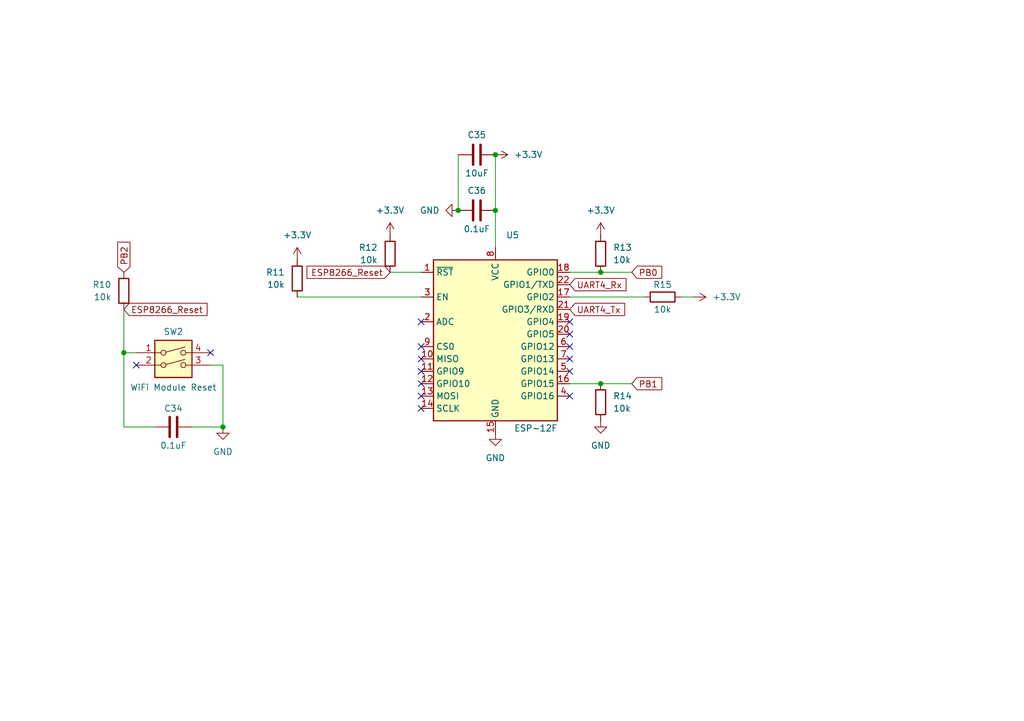
<source format=kicad_sch>
(kicad_sch
	(version 20250114)
	(generator "eeschema")
	(generator_version "9.0")
	(uuid "1a21ecea-b5cd-465a-84d7-3e3108fa9374")
	(paper "A5")
	(title_block
		(title "IOT")
		(date "2025-05-19")
		(rev "1.0")
		(company "Robotics")
	)
	(lib_symbols
		(symbol "Device:C"
			(pin_numbers
				(hide yes)
			)
			(pin_names
				(offset 0.254)
			)
			(exclude_from_sim no)
			(in_bom yes)
			(on_board yes)
			(property "Reference" "C"
				(at 0.635 2.54 0)
				(effects
					(font
						(size 1.27 1.27)
					)
					(justify left)
				)
			)
			(property "Value" "C"
				(at 0.635 -2.54 0)
				(effects
					(font
						(size 1.27 1.27)
					)
					(justify left)
				)
			)
			(property "Footprint" ""
				(at 0.9652 -3.81 0)
				(effects
					(font
						(size 1.27 1.27)
					)
					(hide yes)
				)
			)
			(property "Datasheet" "~"
				(at 0 0 0)
				(effects
					(font
						(size 1.27 1.27)
					)
					(hide yes)
				)
			)
			(property "Description" "Unpolarized capacitor"
				(at 0 0 0)
				(effects
					(font
						(size 1.27 1.27)
					)
					(hide yes)
				)
			)
			(property "ki_keywords" "cap capacitor"
				(at 0 0 0)
				(effects
					(font
						(size 1.27 1.27)
					)
					(hide yes)
				)
			)
			(property "ki_fp_filters" "C_*"
				(at 0 0 0)
				(effects
					(font
						(size 1.27 1.27)
					)
					(hide yes)
				)
			)
			(symbol "C_0_1"
				(polyline
					(pts
						(xy -2.032 0.762) (xy 2.032 0.762)
					)
					(stroke
						(width 0.508)
						(type default)
					)
					(fill
						(type none)
					)
				)
				(polyline
					(pts
						(xy -2.032 -0.762) (xy 2.032 -0.762)
					)
					(stroke
						(width 0.508)
						(type default)
					)
					(fill
						(type none)
					)
				)
			)
			(symbol "C_1_1"
				(pin passive line
					(at 0 3.81 270)
					(length 2.794)
					(name "~"
						(effects
							(font
								(size 1.27 1.27)
							)
						)
					)
					(number "1"
						(effects
							(font
								(size 1.27 1.27)
							)
						)
					)
				)
				(pin passive line
					(at 0 -3.81 90)
					(length 2.794)
					(name "~"
						(effects
							(font
								(size 1.27 1.27)
							)
						)
					)
					(number "2"
						(effects
							(font
								(size 1.27 1.27)
							)
						)
					)
				)
			)
			(embedded_fonts no)
		)
		(symbol "Device:R"
			(pin_numbers
				(hide yes)
			)
			(pin_names
				(offset 0)
			)
			(exclude_from_sim no)
			(in_bom yes)
			(on_board yes)
			(property "Reference" "R"
				(at 2.032 0 90)
				(effects
					(font
						(size 1.27 1.27)
					)
				)
			)
			(property "Value" "R"
				(at 0 0 90)
				(effects
					(font
						(size 1.27 1.27)
					)
				)
			)
			(property "Footprint" ""
				(at -1.778 0 90)
				(effects
					(font
						(size 1.27 1.27)
					)
					(hide yes)
				)
			)
			(property "Datasheet" "~"
				(at 0 0 0)
				(effects
					(font
						(size 1.27 1.27)
					)
					(hide yes)
				)
			)
			(property "Description" "Resistor"
				(at 0 0 0)
				(effects
					(font
						(size 1.27 1.27)
					)
					(hide yes)
				)
			)
			(property "ki_keywords" "R res resistor"
				(at 0 0 0)
				(effects
					(font
						(size 1.27 1.27)
					)
					(hide yes)
				)
			)
			(property "ki_fp_filters" "R_*"
				(at 0 0 0)
				(effects
					(font
						(size 1.27 1.27)
					)
					(hide yes)
				)
			)
			(symbol "R_0_1"
				(rectangle
					(start -1.016 -2.54)
					(end 1.016 2.54)
					(stroke
						(width 0.254)
						(type default)
					)
					(fill
						(type none)
					)
				)
			)
			(symbol "R_1_1"
				(pin passive line
					(at 0 3.81 270)
					(length 1.27)
					(name "~"
						(effects
							(font
								(size 1.27 1.27)
							)
						)
					)
					(number "1"
						(effects
							(font
								(size 1.27 1.27)
							)
						)
					)
				)
				(pin passive line
					(at 0 -3.81 90)
					(length 1.27)
					(name "~"
						(effects
							(font
								(size 1.27 1.27)
							)
						)
					)
					(number "2"
						(effects
							(font
								(size 1.27 1.27)
							)
						)
					)
				)
			)
			(embedded_fonts no)
		)
		(symbol "RF_Module:ESP-12F"
			(exclude_from_sim no)
			(in_bom yes)
			(on_board yes)
			(property "Reference" "U"
				(at -12.7 19.05 0)
				(effects
					(font
						(size 1.27 1.27)
					)
					(justify left)
				)
			)
			(property "Value" "ESP-12F"
				(at 12.7 19.05 0)
				(effects
					(font
						(size 1.27 1.27)
					)
					(justify right)
				)
			)
			(property "Footprint" "RF_Module:ESP-12E"
				(at 0 0 0)
				(effects
					(font
						(size 1.27 1.27)
					)
					(hide yes)
				)
			)
			(property "Datasheet" "http://wiki.ai-thinker.com/_media/esp8266/esp8266_series_modules_user_manual_v1.1.pdf"
				(at -8.89 2.54 0)
				(effects
					(font
						(size 1.27 1.27)
					)
					(hide yes)
				)
			)
			(property "Description" "802.11 b/g/n Wi-Fi Module"
				(at 0 0 0)
				(effects
					(font
						(size 1.27 1.27)
					)
					(hide yes)
				)
			)
			(property "ki_keywords" "802.11 Wi-Fi"
				(at 0 0 0)
				(effects
					(font
						(size 1.27 1.27)
					)
					(hide yes)
				)
			)
			(property "ki_fp_filters" "ESP?12*"
				(at 0 0 0)
				(effects
					(font
						(size 1.27 1.27)
					)
					(hide yes)
				)
			)
			(symbol "ESP-12F_0_1"
				(rectangle
					(start -12.7 17.78)
					(end 12.7 -15.24)
					(stroke
						(width 0.254)
						(type default)
					)
					(fill
						(type background)
					)
				)
			)
			(symbol "ESP-12F_1_1"
				(pin input line
					(at -15.24 15.24 0)
					(length 2.54)
					(name "~{RST}"
						(effects
							(font
								(size 1.27 1.27)
							)
						)
					)
					(number "1"
						(effects
							(font
								(size 1.27 1.27)
							)
						)
					)
				)
				(pin input line
					(at -15.24 10.16 0)
					(length 2.54)
					(name "EN"
						(effects
							(font
								(size 1.27 1.27)
							)
						)
					)
					(number "3"
						(effects
							(font
								(size 1.27 1.27)
							)
						)
					)
				)
				(pin input line
					(at -15.24 5.08 0)
					(length 2.54)
					(name "ADC"
						(effects
							(font
								(size 1.27 1.27)
							)
						)
					)
					(number "2"
						(effects
							(font
								(size 1.27 1.27)
							)
						)
					)
				)
				(pin input line
					(at -15.24 0 0)
					(length 2.54)
					(name "CS0"
						(effects
							(font
								(size 1.27 1.27)
							)
						)
					)
					(number "9"
						(effects
							(font
								(size 1.27 1.27)
							)
						)
					)
				)
				(pin bidirectional line
					(at -15.24 -2.54 0)
					(length 2.54)
					(name "MISO"
						(effects
							(font
								(size 1.27 1.27)
							)
						)
					)
					(number "10"
						(effects
							(font
								(size 1.27 1.27)
							)
						)
					)
				)
				(pin bidirectional line
					(at -15.24 -5.08 0)
					(length 2.54)
					(name "GPIO9"
						(effects
							(font
								(size 1.27 1.27)
							)
						)
					)
					(number "11"
						(effects
							(font
								(size 1.27 1.27)
							)
						)
					)
				)
				(pin bidirectional line
					(at -15.24 -7.62 0)
					(length 2.54)
					(name "GPIO10"
						(effects
							(font
								(size 1.27 1.27)
							)
						)
					)
					(number "12"
						(effects
							(font
								(size 1.27 1.27)
							)
						)
					)
				)
				(pin bidirectional line
					(at -15.24 -10.16 0)
					(length 2.54)
					(name "MOSI"
						(effects
							(font
								(size 1.27 1.27)
							)
						)
					)
					(number "13"
						(effects
							(font
								(size 1.27 1.27)
							)
						)
					)
				)
				(pin bidirectional line
					(at -15.24 -12.7 0)
					(length 2.54)
					(name "SCLK"
						(effects
							(font
								(size 1.27 1.27)
							)
						)
					)
					(number "14"
						(effects
							(font
								(size 1.27 1.27)
							)
						)
					)
				)
				(pin power_in line
					(at 0 20.32 270)
					(length 2.54)
					(name "VCC"
						(effects
							(font
								(size 1.27 1.27)
							)
						)
					)
					(number "8"
						(effects
							(font
								(size 1.27 1.27)
							)
						)
					)
				)
				(pin power_in line
					(at 0 -17.78 90)
					(length 2.54)
					(name "GND"
						(effects
							(font
								(size 1.27 1.27)
							)
						)
					)
					(number "15"
						(effects
							(font
								(size 1.27 1.27)
							)
						)
					)
				)
				(pin bidirectional line
					(at 15.24 15.24 180)
					(length 2.54)
					(name "GPIO0"
						(effects
							(font
								(size 1.27 1.27)
							)
						)
					)
					(number "18"
						(effects
							(font
								(size 1.27 1.27)
							)
						)
					)
				)
				(pin bidirectional line
					(at 15.24 12.7 180)
					(length 2.54)
					(name "GPIO1/TXD"
						(effects
							(font
								(size 1.27 1.27)
							)
						)
					)
					(number "22"
						(effects
							(font
								(size 1.27 1.27)
							)
						)
					)
				)
				(pin bidirectional line
					(at 15.24 10.16 180)
					(length 2.54)
					(name "GPIO2"
						(effects
							(font
								(size 1.27 1.27)
							)
						)
					)
					(number "17"
						(effects
							(font
								(size 1.27 1.27)
							)
						)
					)
				)
				(pin bidirectional line
					(at 15.24 7.62 180)
					(length 2.54)
					(name "GPIO3/RXD"
						(effects
							(font
								(size 1.27 1.27)
							)
						)
					)
					(number "21"
						(effects
							(font
								(size 1.27 1.27)
							)
						)
					)
				)
				(pin bidirectional line
					(at 15.24 5.08 180)
					(length 2.54)
					(name "GPIO4"
						(effects
							(font
								(size 1.27 1.27)
							)
						)
					)
					(number "19"
						(effects
							(font
								(size 1.27 1.27)
							)
						)
					)
				)
				(pin bidirectional line
					(at 15.24 2.54 180)
					(length 2.54)
					(name "GPIO5"
						(effects
							(font
								(size 1.27 1.27)
							)
						)
					)
					(number "20"
						(effects
							(font
								(size 1.27 1.27)
							)
						)
					)
				)
				(pin bidirectional line
					(at 15.24 0 180)
					(length 2.54)
					(name "GPIO12"
						(effects
							(font
								(size 1.27 1.27)
							)
						)
					)
					(number "6"
						(effects
							(font
								(size 1.27 1.27)
							)
						)
					)
				)
				(pin bidirectional line
					(at 15.24 -2.54 180)
					(length 2.54)
					(name "GPIO13"
						(effects
							(font
								(size 1.27 1.27)
							)
						)
					)
					(number "7"
						(effects
							(font
								(size 1.27 1.27)
							)
						)
					)
				)
				(pin bidirectional line
					(at 15.24 -5.08 180)
					(length 2.54)
					(name "GPIO14"
						(effects
							(font
								(size 1.27 1.27)
							)
						)
					)
					(number "5"
						(effects
							(font
								(size 1.27 1.27)
							)
						)
					)
				)
				(pin bidirectional line
					(at 15.24 -7.62 180)
					(length 2.54)
					(name "GPIO15"
						(effects
							(font
								(size 1.27 1.27)
							)
						)
					)
					(number "16"
						(effects
							(font
								(size 1.27 1.27)
							)
						)
					)
				)
				(pin bidirectional line
					(at 15.24 -10.16 180)
					(length 2.54)
					(name "GPIO16"
						(effects
							(font
								(size 1.27 1.27)
							)
						)
					)
					(number "4"
						(effects
							(font
								(size 1.27 1.27)
							)
						)
					)
				)
			)
			(embedded_fonts no)
		)
		(symbol "Switch:SW_DIP_x02"
			(pin_names
				(offset 0)
				(hide yes)
			)
			(exclude_from_sim no)
			(in_bom yes)
			(on_board yes)
			(property "Reference" "SW"
				(at 0 6.35 0)
				(effects
					(font
						(size 1.27 1.27)
					)
				)
			)
			(property "Value" "SW_DIP_x02"
				(at 0 -3.81 0)
				(effects
					(font
						(size 1.27 1.27)
					)
				)
			)
			(property "Footprint" ""
				(at 0 0 0)
				(effects
					(font
						(size 1.27 1.27)
					)
					(hide yes)
				)
			)
			(property "Datasheet" "~"
				(at 0 0 0)
				(effects
					(font
						(size 1.27 1.27)
					)
					(hide yes)
				)
			)
			(property "Description" "2x DIP Switch, Single Pole Single Throw (SPST) switch, small symbol"
				(at 0 0 0)
				(effects
					(font
						(size 1.27 1.27)
					)
					(hide yes)
				)
			)
			(property "ki_keywords" "dip switch"
				(at 0 0 0)
				(effects
					(font
						(size 1.27 1.27)
					)
					(hide yes)
				)
			)
			(property "ki_fp_filters" "SW?DIP?x2*"
				(at 0 0 0)
				(effects
					(font
						(size 1.27 1.27)
					)
					(hide yes)
				)
			)
			(symbol "SW_DIP_x02_0_0"
				(circle
					(center -2.032 2.54)
					(radius 0.508)
					(stroke
						(width 0)
						(type default)
					)
					(fill
						(type none)
					)
				)
				(circle
					(center -2.032 0)
					(radius 0.508)
					(stroke
						(width 0)
						(type default)
					)
					(fill
						(type none)
					)
				)
				(polyline
					(pts
						(xy -1.524 2.667) (xy 2.3622 3.7084)
					)
					(stroke
						(width 0)
						(type default)
					)
					(fill
						(type none)
					)
				)
				(polyline
					(pts
						(xy -1.524 0.127) (xy 2.3622 1.1684)
					)
					(stroke
						(width 0)
						(type default)
					)
					(fill
						(type none)
					)
				)
				(circle
					(center 2.032 2.54)
					(radius 0.508)
					(stroke
						(width 0)
						(type default)
					)
					(fill
						(type none)
					)
				)
				(circle
					(center 2.032 0)
					(radius 0.508)
					(stroke
						(width 0)
						(type default)
					)
					(fill
						(type none)
					)
				)
			)
			(symbol "SW_DIP_x02_0_1"
				(rectangle
					(start -3.81 5.08)
					(end 3.81 -2.54)
					(stroke
						(width 0.254)
						(type default)
					)
					(fill
						(type background)
					)
				)
			)
			(symbol "SW_DIP_x02_1_1"
				(pin passive line
					(at -7.62 2.54 0)
					(length 5.08)
					(name "~"
						(effects
							(font
								(size 1.27 1.27)
							)
						)
					)
					(number "1"
						(effects
							(font
								(size 1.27 1.27)
							)
						)
					)
				)
				(pin passive line
					(at -7.62 0 0)
					(length 5.08)
					(name "~"
						(effects
							(font
								(size 1.27 1.27)
							)
						)
					)
					(number "2"
						(effects
							(font
								(size 1.27 1.27)
							)
						)
					)
				)
				(pin passive line
					(at 7.62 2.54 180)
					(length 5.08)
					(name "~"
						(effects
							(font
								(size 1.27 1.27)
							)
						)
					)
					(number "4"
						(effects
							(font
								(size 1.27 1.27)
							)
						)
					)
				)
				(pin passive line
					(at 7.62 0 180)
					(length 5.08)
					(name "~"
						(effects
							(font
								(size 1.27 1.27)
							)
						)
					)
					(number "3"
						(effects
							(font
								(size 1.27 1.27)
							)
						)
					)
				)
			)
			(embedded_fonts no)
		)
		(symbol "power:+3.3V"
			(power)
			(pin_numbers
				(hide yes)
			)
			(pin_names
				(offset 0)
				(hide yes)
			)
			(exclude_from_sim no)
			(in_bom yes)
			(on_board yes)
			(property "Reference" "#PWR"
				(at 0 -3.81 0)
				(effects
					(font
						(size 1.27 1.27)
					)
					(hide yes)
				)
			)
			(property "Value" "+3.3V"
				(at 0 3.556 0)
				(effects
					(font
						(size 1.27 1.27)
					)
				)
			)
			(property "Footprint" ""
				(at 0 0 0)
				(effects
					(font
						(size 1.27 1.27)
					)
					(hide yes)
				)
			)
			(property "Datasheet" ""
				(at 0 0 0)
				(effects
					(font
						(size 1.27 1.27)
					)
					(hide yes)
				)
			)
			(property "Description" "Power symbol creates a global label with name \"+3.3V\""
				(at 0 0 0)
				(effects
					(font
						(size 1.27 1.27)
					)
					(hide yes)
				)
			)
			(property "ki_keywords" "global power"
				(at 0 0 0)
				(effects
					(font
						(size 1.27 1.27)
					)
					(hide yes)
				)
			)
			(symbol "+3.3V_0_1"
				(polyline
					(pts
						(xy -0.762 1.27) (xy 0 2.54)
					)
					(stroke
						(width 0)
						(type default)
					)
					(fill
						(type none)
					)
				)
				(polyline
					(pts
						(xy 0 2.54) (xy 0.762 1.27)
					)
					(stroke
						(width 0)
						(type default)
					)
					(fill
						(type none)
					)
				)
				(polyline
					(pts
						(xy 0 0) (xy 0 2.54)
					)
					(stroke
						(width 0)
						(type default)
					)
					(fill
						(type none)
					)
				)
			)
			(symbol "+3.3V_1_1"
				(pin power_in line
					(at 0 0 90)
					(length 0)
					(name "~"
						(effects
							(font
								(size 1.27 1.27)
							)
						)
					)
					(number "1"
						(effects
							(font
								(size 1.27 1.27)
							)
						)
					)
				)
			)
			(embedded_fonts no)
		)
		(symbol "power:GND"
			(power)
			(pin_numbers
				(hide yes)
			)
			(pin_names
				(offset 0)
				(hide yes)
			)
			(exclude_from_sim no)
			(in_bom yes)
			(on_board yes)
			(property "Reference" "#PWR"
				(at 0 -6.35 0)
				(effects
					(font
						(size 1.27 1.27)
					)
					(hide yes)
				)
			)
			(property "Value" "GND"
				(at 0 -3.81 0)
				(effects
					(font
						(size 1.27 1.27)
					)
				)
			)
			(property "Footprint" ""
				(at 0 0 0)
				(effects
					(font
						(size 1.27 1.27)
					)
					(hide yes)
				)
			)
			(property "Datasheet" ""
				(at 0 0 0)
				(effects
					(font
						(size 1.27 1.27)
					)
					(hide yes)
				)
			)
			(property "Description" "Power symbol creates a global label with name \"GND\" , ground"
				(at 0 0 0)
				(effects
					(font
						(size 1.27 1.27)
					)
					(hide yes)
				)
			)
			(property "ki_keywords" "global power"
				(at 0 0 0)
				(effects
					(font
						(size 1.27 1.27)
					)
					(hide yes)
				)
			)
			(symbol "GND_0_1"
				(polyline
					(pts
						(xy 0 0) (xy 0 -1.27) (xy 1.27 -1.27) (xy 0 -2.54) (xy -1.27 -1.27) (xy 0 -1.27)
					)
					(stroke
						(width 0)
						(type default)
					)
					(fill
						(type none)
					)
				)
			)
			(symbol "GND_1_1"
				(pin power_in line
					(at 0 0 270)
					(length 0)
					(name "~"
						(effects
							(font
								(size 1.27 1.27)
							)
						)
					)
					(number "1"
						(effects
							(font
								(size 1.27 1.27)
							)
						)
					)
				)
			)
			(embedded_fonts no)
		)
	)
	(junction
		(at 101.6 31.75)
		(diameter 0)
		(color 0 0 0 0)
		(uuid "00877bf5-b4b1-4c72-9c54-e68265dd1e4b")
	)
	(junction
		(at 25.4 72.39)
		(diameter 0)
		(color 0 0 0 0)
		(uuid "0fd906f7-1ee2-498a-87b6-8f258d556be3")
	)
	(junction
		(at 93.98 43.18)
		(diameter 0)
		(color 0 0 0 0)
		(uuid "1006b51c-b5d8-4433-8b0f-c6f614009ef2")
	)
	(junction
		(at 45.72 87.63)
		(diameter 0)
		(color 0 0 0 0)
		(uuid "727876e2-3139-4bb9-9b6e-c4ba2f0ac135")
	)
	(junction
		(at 123.19 78.74)
		(diameter 0)
		(color 0 0 0 0)
		(uuid "93f1178f-46b5-4d3f-8741-9ffd4b023e37")
	)
	(junction
		(at 101.6 43.18)
		(diameter 0)
		(color 0 0 0 0)
		(uuid "c56d7e45-909b-4a71-a2bb-fcd3e573f430")
	)
	(junction
		(at 123.19 55.88)
		(diameter 0)
		(color 0 0 0 0)
		(uuid "d8830f43-71d2-49ce-99a6-ce5074786cf0")
	)
	(no_connect
		(at 86.36 73.66)
		(uuid "3a8a292c-3b82-49d7-8ef4-a01a85152042")
	)
	(no_connect
		(at 86.36 78.74)
		(uuid "4bf0cd5c-8351-48af-a8c7-0ac8688097d4")
	)
	(no_connect
		(at 86.36 71.12)
		(uuid "50cd1d98-ad15-4280-ad8c-f15dd2951f41")
	)
	(no_connect
		(at 43.18 72.39)
		(uuid "5d61e62c-043b-482d-b822-a92f91976c2a")
	)
	(no_connect
		(at 86.36 76.2)
		(uuid "623b823f-7f25-430a-b5a0-ff840af9bd88")
	)
	(no_connect
		(at 116.84 81.28)
		(uuid "6970ab60-045d-4ec2-b3c0-81f5ca07dd24")
	)
	(no_connect
		(at 116.84 76.2)
		(uuid "737d21fe-2593-4e90-a89a-341bb9f77618")
	)
	(no_connect
		(at 116.84 66.04)
		(uuid "7d0e50f1-dfec-4640-bf16-49425f95a653")
	)
	(no_connect
		(at 86.36 83.82)
		(uuid "88dfc630-5129-4834-b3f5-b6a0166e3cc1")
	)
	(no_connect
		(at 116.84 71.12)
		(uuid "988ef0dd-6670-4b7b-9efb-19c0aab2b1c1")
	)
	(no_connect
		(at 27.94 74.93)
		(uuid "b02f3515-b357-4d70-9820-4a91a689d157")
	)
	(no_connect
		(at 116.84 68.58)
		(uuid "b7c8100a-ed91-4ef0-8e91-60d4945efec6")
	)
	(no_connect
		(at 116.84 73.66)
		(uuid "e7e0d1bd-6a3d-4740-bb72-5f354db625f1")
	)
	(no_connect
		(at 86.36 81.28)
		(uuid "f0f481f3-259f-4c02-b6f5-7bda7e9d3605")
	)
	(no_connect
		(at 86.36 66.04)
		(uuid "f73100b2-f410-4c05-bd57-5d98fe3828c9")
	)
	(wire
		(pts
			(xy 45.72 74.93) (xy 43.18 74.93)
		)
		(stroke
			(width 0)
			(type default)
		)
		(uuid "0e57ac2f-bae2-4d5d-bd42-529441a19b23")
	)
	(wire
		(pts
			(xy 123.19 78.74) (xy 129.54 78.74)
		)
		(stroke
			(width 0)
			(type default)
		)
		(uuid "219e3242-2754-4693-bdbf-fbf760511949")
	)
	(wire
		(pts
			(xy 101.6 43.18) (xy 101.6 50.8)
		)
		(stroke
			(width 0)
			(type default)
		)
		(uuid "277979a7-c73b-4eb2-9889-57f22b79bb3f")
	)
	(wire
		(pts
			(xy 101.6 31.75) (xy 101.6 43.18)
		)
		(stroke
			(width 0)
			(type default)
		)
		(uuid "30fcc8fd-8b1d-46d0-a5e2-0d59d518ad78")
	)
	(wire
		(pts
			(xy 116.84 60.96) (xy 132.08 60.96)
		)
		(stroke
			(width 0)
			(type default)
		)
		(uuid "3dd27626-85d5-43e1-86f7-c0a68889f9f8")
	)
	(wire
		(pts
			(xy 25.4 87.63) (xy 31.75 87.63)
		)
		(stroke
			(width 0)
			(type default)
		)
		(uuid "4ad380e2-705a-432d-97ae-582a13c293cf")
	)
	(wire
		(pts
			(xy 93.98 31.75) (xy 93.98 43.18)
		)
		(stroke
			(width 0)
			(type default)
		)
		(uuid "510a639e-442f-4277-a0bb-9a95ae37e734")
	)
	(wire
		(pts
			(xy 123.19 55.88) (xy 129.54 55.88)
		)
		(stroke
			(width 0)
			(type default)
		)
		(uuid "5e6ea90c-9b6d-43c2-929a-a85ad0ac79ae")
	)
	(wire
		(pts
			(xy 39.37 87.63) (xy 45.72 87.63)
		)
		(stroke
			(width 0)
			(type default)
		)
		(uuid "605feabc-d26c-4335-b132-805c58df19ed")
	)
	(wire
		(pts
			(xy 116.84 55.88) (xy 123.19 55.88)
		)
		(stroke
			(width 0)
			(type default)
		)
		(uuid "74549db5-7fa5-4ba8-8c19-76ea2e91d4e2")
	)
	(wire
		(pts
			(xy 139.7 60.96) (xy 142.24 60.96)
		)
		(stroke
			(width 0)
			(type default)
		)
		(uuid "999165c3-080b-4085-8b47-e9d25d0fd7c9")
	)
	(wire
		(pts
			(xy 25.4 63.5) (xy 25.4 72.39)
		)
		(stroke
			(width 0)
			(type default)
		)
		(uuid "b4dfc524-b432-44bd-8556-b954529fae06")
	)
	(wire
		(pts
			(xy 25.4 72.39) (xy 25.4 87.63)
		)
		(stroke
			(width 0)
			(type default)
		)
		(uuid "b7480acf-82c6-489c-8c1e-ec94d55fa2bc")
	)
	(wire
		(pts
			(xy 45.72 74.93) (xy 45.72 87.63)
		)
		(stroke
			(width 0)
			(type default)
		)
		(uuid "b75a7a66-aab0-4edd-b7b4-0494e8ebfd10")
	)
	(wire
		(pts
			(xy 60.96 60.96) (xy 86.36 60.96)
		)
		(stroke
			(width 0)
			(type default)
		)
		(uuid "d1a95a6b-16e0-45e7-997b-d92bfed8a599")
	)
	(wire
		(pts
			(xy 116.84 78.74) (xy 123.19 78.74)
		)
		(stroke
			(width 0)
			(type default)
		)
		(uuid "dd9a8370-f47d-418a-9a95-0a5128420bcd")
	)
	(wire
		(pts
			(xy 25.4 72.39) (xy 27.94 72.39)
		)
		(stroke
			(width 0)
			(type default)
		)
		(uuid "e4d0e400-f8ed-42fa-9292-85791c9e1558")
	)
	(wire
		(pts
			(xy 80.01 55.88) (xy 86.36 55.88)
		)
		(stroke
			(width 0)
			(type default)
		)
		(uuid "f8db6dca-6823-4064-aa89-8afe1b34174a")
	)
	(global_label "UART4_Tx"
		(shape input)
		(at 116.84 63.5 0)
		(fields_autoplaced yes)
		(effects
			(font
				(size 1.27 1.27)
			)
			(justify left)
		)
		(uuid "732519dd-13f8-433d-9895-dbaa064c8589")
		(property "Intersheetrefs" "${INTERSHEET_REFS}"
			(at 128.6547 63.5 0)
			(effects
				(font
					(size 1.27 1.27)
				)
				(justify left)
				(hide yes)
			)
		)
	)
	(global_label "PB2"
		(shape input)
		(at 25.4 55.88 90)
		(fields_autoplaced yes)
		(effects
			(font
				(size 1.27 1.27)
			)
			(justify left)
		)
		(uuid "bab700d6-e79b-4152-802e-52adee59ad5e")
		(property "Intersheetrefs" "${INTERSHEET_REFS}"
			(at 25.4 49.1453 90)
			(effects
				(font
					(size 1.27 1.27)
				)
				(justify left)
				(hide yes)
			)
		)
	)
	(global_label "PB1"
		(shape input)
		(at 129.54 78.74 0)
		(fields_autoplaced yes)
		(effects
			(font
				(size 1.27 1.27)
			)
			(justify left)
		)
		(uuid "c5db6827-74e6-47a2-9382-46fb9fc83879")
		(property "Intersheetrefs" "${INTERSHEET_REFS}"
			(at 136.2747 78.74 0)
			(effects
				(font
					(size 1.27 1.27)
				)
				(justify left)
				(hide yes)
			)
		)
	)
	(global_label "ESP8266_Reset"
		(shape input)
		(at 80.01 55.88 180)
		(fields_autoplaced yes)
		(effects
			(font
				(size 1.27 1.27)
			)
			(justify right)
		)
		(uuid "d3f046d4-a700-453a-a778-23363018f6e6")
		(property "Intersheetrefs" "${INTERSHEET_REFS}"
			(at 62.3897 55.88 0)
			(effects
				(font
					(size 1.27 1.27)
				)
				(justify right)
				(hide yes)
			)
		)
	)
	(global_label "PB0"
		(shape input)
		(at 129.54 55.88 0)
		(fields_autoplaced yes)
		(effects
			(font
				(size 1.27 1.27)
			)
			(justify left)
		)
		(uuid "e0827620-e29a-44cd-9aad-5bb3c08d39a0")
		(property "Intersheetrefs" "${INTERSHEET_REFS}"
			(at 136.2747 55.88 0)
			(effects
				(font
					(size 1.27 1.27)
				)
				(justify left)
				(hide yes)
			)
		)
	)
	(global_label "ESP8266_Reset"
		(shape input)
		(at 25.4 63.5 0)
		(fields_autoplaced yes)
		(effects
			(font
				(size 1.27 1.27)
			)
			(justify left)
		)
		(uuid "e7a7435d-a9a2-4a06-b5cd-14361df3c983")
		(property "Intersheetrefs" "${INTERSHEET_REFS}"
			(at 43.0203 63.5 0)
			(effects
				(font
					(size 1.27 1.27)
				)
				(justify left)
				(hide yes)
			)
		)
	)
	(global_label "UART4_Rx"
		(shape input)
		(at 116.84 58.42 0)
		(fields_autoplaced yes)
		(effects
			(font
				(size 1.27 1.27)
			)
			(justify left)
		)
		(uuid "fd0a3cb8-5337-4016-8013-cd316836d57a")
		(property "Intersheetrefs" "${INTERSHEET_REFS}"
			(at 128.9571 58.42 0)
			(effects
				(font
					(size 1.27 1.27)
				)
				(justify left)
				(hide yes)
			)
		)
	)
	(symbol
		(lib_id "power:GND")
		(at 45.72 87.63 0)
		(unit 1)
		(exclude_from_sim no)
		(in_bom yes)
		(on_board yes)
		(dnp no)
		(fields_autoplaced yes)
		(uuid "0544dbf4-b29c-4f7f-b0c7-915037573836")
		(property "Reference" "#PWR066"
			(at 45.72 93.98 0)
			(effects
				(font
					(size 1.27 1.27)
				)
				(hide yes)
			)
		)
		(property "Value" "GND"
			(at 45.72 92.71 0)
			(effects
				(font
					(size 1.27 1.27)
				)
			)
		)
		(property "Footprint" ""
			(at 45.72 87.63 0)
			(effects
				(font
					(size 1.27 1.27)
				)
				(hide yes)
			)
		)
		(property "Datasheet" ""
			(at 45.72 87.63 0)
			(effects
				(font
					(size 1.27 1.27)
				)
				(hide yes)
			)
		)
		(property "Description" "Power symbol creates a global label with name \"GND\" , ground"
			(at 45.72 87.63 0)
			(effects
				(font
					(size 1.27 1.27)
				)
				(hide yes)
			)
		)
		(pin "1"
			(uuid "948facf0-cf65-4505-9650-f0de2c8a5c3e")
		)
		(instances
			(project "ARM 세미나 보드"
				(path "/a13bf777-df69-4fca-a595-1655606de26c/b5274876-9229-45af-b9b9-2084afeb22e0"
					(reference "#PWR066")
					(unit 1)
				)
			)
		)
	)
	(symbol
		(lib_id "Device:R")
		(at 135.89 60.96 270)
		(unit 1)
		(exclude_from_sim no)
		(in_bom yes)
		(on_board yes)
		(dnp no)
		(uuid "13e35ba1-ab0b-456d-99bc-7ddf13447f03")
		(property "Reference" "R15"
			(at 135.89 58.42 90)
			(effects
				(font
					(size 1.27 1.27)
				)
			)
		)
		(property "Value" "10k"
			(at 135.89 63.5 90)
			(effects
				(font
					(size 1.27 1.27)
				)
			)
		)
		(property "Footprint" "Resistor_SMD:R_0805_2012Metric"
			(at 135.89 59.182 90)
			(effects
				(font
					(size 1.27 1.27)
				)
				(hide yes)
			)
		)
		(property "Datasheet" "~"
			(at 135.89 60.96 0)
			(effects
				(font
					(size 1.27 1.27)
				)
				(hide yes)
			)
		)
		(property "Description" "Resistor"
			(at 135.89 60.96 0)
			(effects
				(font
					(size 1.27 1.27)
				)
				(hide yes)
			)
		)
		(pin "1"
			(uuid "1796711f-267f-4570-b3c5-9d8902e7c877")
		)
		(pin "2"
			(uuid "76894647-c061-4919-911c-85d83f0394db")
		)
		(instances
			(project "ARM 세미나 보드"
				(path "/a13bf777-df69-4fca-a595-1655606de26c/b5274876-9229-45af-b9b9-2084afeb22e0"
					(reference "R15")
					(unit 1)
				)
			)
		)
	)
	(symbol
		(lib_id "power:+3.3V")
		(at 142.24 60.96 270)
		(unit 1)
		(exclude_from_sim no)
		(in_bom yes)
		(on_board yes)
		(dnp no)
		(fields_autoplaced yes)
		(uuid "16ba18a5-35dc-498f-acf1-94905b3c8ee4")
		(property "Reference" "#PWR074"
			(at 138.43 60.96 0)
			(effects
				(font
					(size 1.27 1.27)
				)
				(hide yes)
			)
		)
		(property "Value" "+3.3V"
			(at 146.05 60.9599 90)
			(effects
				(font
					(size 1.27 1.27)
				)
				(justify left)
			)
		)
		(property "Footprint" ""
			(at 142.24 60.96 0)
			(effects
				(font
					(size 1.27 1.27)
				)
				(hide yes)
			)
		)
		(property "Datasheet" ""
			(at 142.24 60.96 0)
			(effects
				(font
					(size 1.27 1.27)
				)
				(hide yes)
			)
		)
		(property "Description" "Power symbol creates a global label with name \"+3.3V\""
			(at 142.24 60.96 0)
			(effects
				(font
					(size 1.27 1.27)
				)
				(hide yes)
			)
		)
		(pin "1"
			(uuid "7c276b34-49ac-4c69-9ff3-5251c9edb57d")
		)
		(instances
			(project "ARM 세미나 보드"
				(path "/a13bf777-df69-4fca-a595-1655606de26c/b5274876-9229-45af-b9b9-2084afeb22e0"
					(reference "#PWR074")
					(unit 1)
				)
			)
		)
	)
	(symbol
		(lib_id "RF_Module:ESP-12F")
		(at 101.6 71.12 0)
		(unit 1)
		(exclude_from_sim no)
		(in_bom yes)
		(on_board yes)
		(dnp no)
		(uuid "23263cd3-2ba5-45cd-ac48-64a9166a9ccb")
		(property "Reference" "U5"
			(at 103.7433 48.26 0)
			(effects
				(font
					(size 1.27 1.27)
				)
				(justify left)
			)
		)
		(property "Value" "ESP-12F"
			(at 105.41 87.884 0)
			(effects
				(font
					(size 1.27 1.27)
				)
				(justify left)
			)
		)
		(property "Footprint" "RF_Module:ESP-12E"
			(at 101.6 71.12 0)
			(effects
				(font
					(size 1.27 1.27)
				)
				(hide yes)
			)
		)
		(property "Datasheet" "http://wiki.ai-thinker.com/_media/esp8266/esp8266_series_modules_user_manual_v1.1.pdf"
			(at 92.71 68.58 0)
			(effects
				(font
					(size 1.27 1.27)
				)
				(hide yes)
			)
		)
		(property "Description" "802.11 b/g/n Wi-Fi Module"
			(at 101.6 71.12 0)
			(effects
				(font
					(size 1.27 1.27)
				)
				(hide yes)
			)
		)
		(pin "20"
			(uuid "65fa4176-008b-4fee-aefb-a6443df78ac8")
		)
		(pin "6"
			(uuid "c7a8c22f-6354-4de7-b52d-21603ddcefde")
		)
		(pin "2"
			(uuid "b94cac25-8b3f-4296-b6e1-68d9bc637ef1")
		)
		(pin "21"
			(uuid "cf50583d-4f04-41d6-8742-1410c2640eaa")
		)
		(pin "22"
			(uuid "0a1c6302-ac57-484e-815c-fb0d8a5e56aa")
		)
		(pin "11"
			(uuid "b4d6786d-0785-49b9-b9b2-5f82ac38555f")
		)
		(pin "16"
			(uuid "35155abd-62ba-4d35-a8e0-751666e34707")
		)
		(pin "10"
			(uuid "385cf422-7c73-46c8-a8ea-82d9646aeee8")
		)
		(pin "9"
			(uuid "4b3114a6-9df0-4638-8972-a2aa369ae890")
		)
		(pin "5"
			(uuid "38256e28-f0e6-4b91-a695-0e8682c5baed")
		)
		(pin "14"
			(uuid "b9391f47-869d-4afb-bd49-69c319c7dad4")
		)
		(pin "1"
			(uuid "63fa7a9b-33b9-4177-8f79-9b5da1d0ca63")
		)
		(pin "17"
			(uuid "b5a31171-8d74-4df9-8152-87ed09c7f83a")
		)
		(pin "3"
			(uuid "ff6ebc91-1cf1-4dfa-b33c-e69543e4cf8d")
		)
		(pin "15"
			(uuid "77beba6c-87a3-4c84-b5be-d30eebc8035f")
		)
		(pin "19"
			(uuid "e216cfe1-0ac3-4619-aa74-9b276a36450b")
		)
		(pin "4"
			(uuid "3915d5d3-26f8-40c8-9575-4ac088a463c4")
		)
		(pin "18"
			(uuid "553e8c37-d3cb-44c3-9843-bc979b55ddf6")
		)
		(pin "7"
			(uuid "e15f1575-60c8-40de-a87e-20e2dc2c28a4")
		)
		(pin "13"
			(uuid "4a34f037-e3bc-4834-bacd-e924bdaf31c8")
		)
		(pin "12"
			(uuid "3cc4fc3f-17ff-4786-88b1-599b2a3d53fa")
		)
		(pin "8"
			(uuid "1c48443c-20f8-4e51-a232-53619a2f4d30")
		)
		(instances
			(project ""
				(path "/a13bf777-df69-4fca-a595-1655606de26c/b5274876-9229-45af-b9b9-2084afeb22e0"
					(reference "U5")
					(unit 1)
				)
			)
		)
	)
	(symbol
		(lib_id "Device:R")
		(at 25.4 59.69 0)
		(mirror y)
		(unit 1)
		(exclude_from_sim no)
		(in_bom yes)
		(on_board yes)
		(dnp no)
		(uuid "262c19c6-9650-4b45-aa40-9a650c83bcac")
		(property "Reference" "R10"
			(at 22.86 58.4199 0)
			(effects
				(font
					(size 1.27 1.27)
				)
				(justify left)
			)
		)
		(property "Value" "10k"
			(at 22.86 60.9599 0)
			(effects
				(font
					(size 1.27 1.27)
				)
				(justify left)
			)
		)
		(property "Footprint" "Resistor_SMD:R_0805_2012Metric"
			(at 27.178 59.69 90)
			(effects
				(font
					(size 1.27 1.27)
				)
				(hide yes)
			)
		)
		(property "Datasheet" "~"
			(at 25.4 59.69 0)
			(effects
				(font
					(size 1.27 1.27)
				)
				(hide yes)
			)
		)
		(property "Description" "Resistor"
			(at 25.4 59.69 0)
			(effects
				(font
					(size 1.27 1.27)
				)
				(hide yes)
			)
		)
		(pin "2"
			(uuid "f587a1e7-feb2-4e61-a961-b83f915af724")
		)
		(pin "1"
			(uuid "85072af6-e455-4183-9afa-8cb2a10f57b1")
		)
		(instances
			(project "ARM 세미나 보드"
				(path "/a13bf777-df69-4fca-a595-1655606de26c/b5274876-9229-45af-b9b9-2084afeb22e0"
					(reference "R10")
					(unit 1)
				)
			)
		)
	)
	(symbol
		(lib_id "power:GND")
		(at 93.98 43.18 270)
		(unit 1)
		(exclude_from_sim no)
		(in_bom yes)
		(on_board yes)
		(dnp no)
		(fields_autoplaced yes)
		(uuid "37c66465-a4c1-48b2-b1aa-84435fe9afc7")
		(property "Reference" "#PWR069"
			(at 87.63 43.18 0)
			(effects
				(font
					(size 1.27 1.27)
				)
				(hide yes)
			)
		)
		(property "Value" "GND"
			(at 90.17 43.1799 90)
			(effects
				(font
					(size 1.27 1.27)
				)
				(justify right)
			)
		)
		(property "Footprint" ""
			(at 93.98 43.18 0)
			(effects
				(font
					(size 1.27 1.27)
				)
				(hide yes)
			)
		)
		(property "Datasheet" ""
			(at 93.98 43.18 0)
			(effects
				(font
					(size 1.27 1.27)
				)
				(hide yes)
			)
		)
		(property "Description" "Power symbol creates a global label with name \"GND\" , ground"
			(at 93.98 43.18 0)
			(effects
				(font
					(size 1.27 1.27)
				)
				(hide yes)
			)
		)
		(pin "1"
			(uuid "7d0f1ffa-5aca-4173-a151-c7e8f4f8e784")
		)
		(instances
			(project ""
				(path "/a13bf777-df69-4fca-a595-1655606de26c/b5274876-9229-45af-b9b9-2084afeb22e0"
					(reference "#PWR069")
					(unit 1)
				)
			)
		)
	)
	(symbol
		(lib_id "power:+3.3V")
		(at 101.6 31.75 270)
		(unit 1)
		(exclude_from_sim no)
		(in_bom yes)
		(on_board yes)
		(dnp no)
		(fields_autoplaced yes)
		(uuid "3c967511-86bf-406e-8587-e9e90ddcee4a")
		(property "Reference" "#PWR070"
			(at 97.79 31.75 0)
			(effects
				(font
					(size 1.27 1.27)
				)
				(hide yes)
			)
		)
		(property "Value" "+3.3V"
			(at 105.41 31.7499 90)
			(effects
				(font
					(size 1.27 1.27)
				)
				(justify left)
			)
		)
		(property "Footprint" ""
			(at 101.6 31.75 0)
			(effects
				(font
					(size 1.27 1.27)
				)
				(hide yes)
			)
		)
		(property "Datasheet" ""
			(at 101.6 31.75 0)
			(effects
				(font
					(size 1.27 1.27)
				)
				(hide yes)
			)
		)
		(property "Description" "Power symbol creates a global label with name \"+3.3V\""
			(at 101.6 31.75 0)
			(effects
				(font
					(size 1.27 1.27)
				)
				(hide yes)
			)
		)
		(pin "1"
			(uuid "d6d2eef5-1827-4c74-8530-0909ded0dd9a")
		)
		(instances
			(project ""
				(path "/a13bf777-df69-4fca-a595-1655606de26c/b5274876-9229-45af-b9b9-2084afeb22e0"
					(reference "#PWR070")
					(unit 1)
				)
			)
		)
	)
	(symbol
		(lib_id "Device:R")
		(at 80.01 52.07 0)
		(mirror y)
		(unit 1)
		(exclude_from_sim no)
		(in_bom yes)
		(on_board yes)
		(dnp no)
		(fields_autoplaced yes)
		(uuid "3ea2c2ad-1fb6-4123-a685-9bb64ebd250c")
		(property "Reference" "R12"
			(at 77.47 50.7999 0)
			(effects
				(font
					(size 1.27 1.27)
				)
				(justify left)
			)
		)
		(property "Value" "10k"
			(at 77.47 53.3399 0)
			(effects
				(font
					(size 1.27 1.27)
				)
				(justify left)
			)
		)
		(property "Footprint" "Resistor_SMD:R_0805_2012Metric"
			(at 81.788 52.07 90)
			(effects
				(font
					(size 1.27 1.27)
				)
				(hide yes)
			)
		)
		(property "Datasheet" "~"
			(at 80.01 52.07 0)
			(effects
				(font
					(size 1.27 1.27)
				)
				(hide yes)
			)
		)
		(property "Description" "Resistor"
			(at 80.01 52.07 0)
			(effects
				(font
					(size 1.27 1.27)
				)
				(hide yes)
			)
		)
		(pin "2"
			(uuid "073db9a2-b08f-41ec-8adb-7be6cbf371bf")
		)
		(pin "1"
			(uuid "a5f60d63-85f9-44c6-81cd-ff8fe476cbd1")
		)
		(instances
			(project ""
				(path "/a13bf777-df69-4fca-a595-1655606de26c/b5274876-9229-45af-b9b9-2084afeb22e0"
					(reference "R12")
					(unit 1)
				)
			)
		)
	)
	(symbol
		(lib_id "Device:R")
		(at 60.96 57.15 0)
		(mirror y)
		(unit 1)
		(exclude_from_sim no)
		(in_bom yes)
		(on_board yes)
		(dnp no)
		(uuid "44bc00e4-3511-4b23-afa8-5469df51068c")
		(property "Reference" "R11"
			(at 58.42 55.8799 0)
			(effects
				(font
					(size 1.27 1.27)
				)
				(justify left)
			)
		)
		(property "Value" "10k"
			(at 58.42 58.4199 0)
			(effects
				(font
					(size 1.27 1.27)
				)
				(justify left)
			)
		)
		(property "Footprint" "Resistor_SMD:R_0805_2012Metric"
			(at 62.738 57.15 90)
			(effects
				(font
					(size 1.27 1.27)
				)
				(hide yes)
			)
		)
		(property "Datasheet" "~"
			(at 60.96 57.15 0)
			(effects
				(font
					(size 1.27 1.27)
				)
				(hide yes)
			)
		)
		(property "Description" "Resistor"
			(at 60.96 57.15 0)
			(effects
				(font
					(size 1.27 1.27)
				)
				(hide yes)
			)
		)
		(pin "2"
			(uuid "5cc60aa3-346f-4225-a13c-69bd64b573dc")
		)
		(pin "1"
			(uuid "e0d357bb-b7de-47ca-9026-0ad26ed1f681")
		)
		(instances
			(project "ARM 세미나 보드"
				(path "/a13bf777-df69-4fca-a595-1655606de26c/b5274876-9229-45af-b9b9-2084afeb22e0"
					(reference "R11")
					(unit 1)
				)
			)
		)
	)
	(symbol
		(lib_id "power:+3.3V")
		(at 60.96 53.34 0)
		(unit 1)
		(exclude_from_sim no)
		(in_bom yes)
		(on_board yes)
		(dnp no)
		(fields_autoplaced yes)
		(uuid "6165ea61-4ba4-4888-8121-f2bfa649caf9")
		(property "Reference" "#PWR067"
			(at 60.96 57.15 0)
			(effects
				(font
					(size 1.27 1.27)
				)
				(hide yes)
			)
		)
		(property "Value" "+3.3V"
			(at 60.96 48.26 0)
			(effects
				(font
					(size 1.27 1.27)
				)
			)
		)
		(property "Footprint" ""
			(at 60.96 53.34 0)
			(effects
				(font
					(size 1.27 1.27)
				)
				(hide yes)
			)
		)
		(property "Datasheet" ""
			(at 60.96 53.34 0)
			(effects
				(font
					(size 1.27 1.27)
				)
				(hide yes)
			)
		)
		(property "Description" "Power symbol creates a global label with name \"+3.3V\""
			(at 60.96 53.34 0)
			(effects
				(font
					(size 1.27 1.27)
				)
				(hide yes)
			)
		)
		(pin "1"
			(uuid "396fd7e1-cd21-4c10-9c51-5ef462b011a8")
		)
		(instances
			(project "ARM 세미나 보드"
				(path "/a13bf777-df69-4fca-a595-1655606de26c/b5274876-9229-45af-b9b9-2084afeb22e0"
					(reference "#PWR067")
					(unit 1)
				)
			)
		)
	)
	(symbol
		(lib_id "Switch:SW_DIP_x02")
		(at 35.56 74.93 0)
		(unit 1)
		(exclude_from_sim no)
		(in_bom yes)
		(on_board yes)
		(dnp no)
		(uuid "75f4c05d-c3dd-4360-b930-3157e14d4214")
		(property "Reference" "SW2"
			(at 35.56 68.072 0)
			(effects
				(font
					(size 1.27 1.27)
				)
			)
		)
		(property "Value" "WiFi Module Reset"
			(at 35.56 79.502 0)
			(effects
				(font
					(size 1.27 1.27)
				)
			)
		)
		(property "Footprint" "PCB:SW_SMD_IT-1107"
			(at 35.56 74.93 0)
			(effects
				(font
					(size 1.27 1.27)
				)
				(hide yes)
			)
		)
		(property "Datasheet" "~"
			(at 35.56 74.93 0)
			(effects
				(font
					(size 1.27 1.27)
				)
				(hide yes)
			)
		)
		(property "Description" ""
			(at 35.56 74.93 0)
			(effects
				(font
					(size 1.27 1.27)
				)
				(hide yes)
			)
		)
		(property "Sim.Device" ""
			(at 35.56 74.93 0)
			(effects
				(font
					(size 1.27 1.27)
				)
				(hide yes)
			)
		)
		(property "Sim.Pins" ""
			(at 35.56 74.93 0)
			(effects
				(font
					(size 1.27 1.27)
				)
				(hide yes)
			)
		)
		(property "Sim.Type" ""
			(at 35.56 74.93 0)
			(effects
				(font
					(size 1.27 1.27)
				)
				(hide yes)
			)
		)
		(pin "1"
			(uuid "cae2390e-88a5-4f08-ab7f-1788933161cc")
		)
		(pin "2"
			(uuid "ee78230b-364d-4905-83d7-295f38aad80d")
		)
		(pin "3"
			(uuid "dfe0aeb2-09a2-4d94-828c-0acf052d2119")
		)
		(pin "4"
			(uuid "beab1f5c-bcd8-4c5f-a20d-1bfa1982efd0")
		)
		(instances
			(project "ARM 세미나 보드"
				(path "/a13bf777-df69-4fca-a595-1655606de26c/b5274876-9229-45af-b9b9-2084afeb22e0"
					(reference "SW2")
					(unit 1)
				)
			)
		)
	)
	(symbol
		(lib_id "Device:C")
		(at 97.79 43.18 90)
		(unit 1)
		(exclude_from_sim no)
		(in_bom yes)
		(on_board yes)
		(dnp no)
		(uuid "8ab612f0-31eb-45a0-bc84-c71720364872")
		(property "Reference" "C36"
			(at 97.79 39.116 90)
			(effects
				(font
					(size 1.27 1.27)
				)
			)
		)
		(property "Value" "0.1uF"
			(at 97.79 46.99 90)
			(effects
				(font
					(size 1.27 1.27)
				)
			)
		)
		(property "Footprint" "Capacitor_SMD:C_0805_2012Metric"
			(at 101.6 42.2148 0)
			(effects
				(font
					(size 1.27 1.27)
				)
				(hide yes)
			)
		)
		(property "Datasheet" "~"
			(at 97.79 43.18 0)
			(effects
				(font
					(size 1.27 1.27)
				)
				(hide yes)
			)
		)
		(property "Description" "Unpolarized capacitor"
			(at 97.79 43.18 0)
			(effects
				(font
					(size 1.27 1.27)
				)
				(hide yes)
			)
		)
		(pin "1"
			(uuid "415347d2-5497-4132-9ba3-b4cd51167f0a")
		)
		(pin "2"
			(uuid "ed7c27d9-843b-4e93-9455-6d4cebeb92ce")
		)
		(instances
			(project ""
				(path "/a13bf777-df69-4fca-a595-1655606de26c/b5274876-9229-45af-b9b9-2084afeb22e0"
					(reference "C36")
					(unit 1)
				)
			)
		)
	)
	(symbol
		(lib_id "Device:R")
		(at 123.19 52.07 180)
		(unit 1)
		(exclude_from_sim no)
		(in_bom yes)
		(on_board yes)
		(dnp no)
		(fields_autoplaced yes)
		(uuid "b193b830-12d3-4012-a107-3a5c46ddcea9")
		(property "Reference" "R13"
			(at 125.73 50.7999 0)
			(effects
				(font
					(size 1.27 1.27)
				)
				(justify right)
			)
		)
		(property "Value" "10k"
			(at 125.73 53.3399 0)
			(effects
				(font
					(size 1.27 1.27)
				)
				(justify right)
			)
		)
		(property "Footprint" "Resistor_SMD:R_0805_2012Metric"
			(at 124.968 52.07 90)
			(effects
				(font
					(size 1.27 1.27)
				)
				(hide yes)
			)
		)
		(property "Datasheet" "~"
			(at 123.19 52.07 0)
			(effects
				(font
					(size 1.27 1.27)
				)
				(hide yes)
			)
		)
		(property "Description" "Resistor"
			(at 123.19 52.07 0)
			(effects
				(font
					(size 1.27 1.27)
				)
				(hide yes)
			)
		)
		(pin "1"
			(uuid "e2ac87b8-5634-46c8-8ddb-144569fa8d99")
		)
		(pin "2"
			(uuid "d0c7e7e6-0fc4-4b47-a26b-64be8fced373")
		)
		(instances
			(project ""
				(path "/a13bf777-df69-4fca-a595-1655606de26c/b5274876-9229-45af-b9b9-2084afeb22e0"
					(reference "R13")
					(unit 1)
				)
			)
		)
	)
	(symbol
		(lib_id "power:+3.3V")
		(at 80.01 48.26 0)
		(unit 1)
		(exclude_from_sim no)
		(in_bom yes)
		(on_board yes)
		(dnp no)
		(fields_autoplaced yes)
		(uuid "b52cddb7-435c-4861-b852-7c11e0f2a358")
		(property "Reference" "#PWR068"
			(at 80.01 52.07 0)
			(effects
				(font
					(size 1.27 1.27)
				)
				(hide yes)
			)
		)
		(property "Value" "+3.3V"
			(at 80.01 43.18 0)
			(effects
				(font
					(size 1.27 1.27)
				)
			)
		)
		(property "Footprint" ""
			(at 80.01 48.26 0)
			(effects
				(font
					(size 1.27 1.27)
				)
				(hide yes)
			)
		)
		(property "Datasheet" ""
			(at 80.01 48.26 0)
			(effects
				(font
					(size 1.27 1.27)
				)
				(hide yes)
			)
		)
		(property "Description" "Power symbol creates a global label with name \"+3.3V\""
			(at 80.01 48.26 0)
			(effects
				(font
					(size 1.27 1.27)
				)
				(hide yes)
			)
		)
		(pin "1"
			(uuid "5963aadc-885b-459e-8ff5-c737bc637ea7")
		)
		(instances
			(project "ARM 세미나 보드"
				(path "/a13bf777-df69-4fca-a595-1655606de26c/b5274876-9229-45af-b9b9-2084afeb22e0"
					(reference "#PWR068")
					(unit 1)
				)
			)
		)
	)
	(symbol
		(lib_id "power:+3.3V")
		(at 123.19 48.26 0)
		(unit 1)
		(exclude_from_sim no)
		(in_bom yes)
		(on_board yes)
		(dnp no)
		(fields_autoplaced yes)
		(uuid "c2cd8b44-4af9-42ce-8a48-48401ae576ab")
		(property "Reference" "#PWR072"
			(at 123.19 52.07 0)
			(effects
				(font
					(size 1.27 1.27)
				)
				(hide yes)
			)
		)
		(property "Value" "+3.3V"
			(at 123.19 43.18 0)
			(effects
				(font
					(size 1.27 1.27)
				)
			)
		)
		(property "Footprint" ""
			(at 123.19 48.26 0)
			(effects
				(font
					(size 1.27 1.27)
				)
				(hide yes)
			)
		)
		(property "Datasheet" ""
			(at 123.19 48.26 0)
			(effects
				(font
					(size 1.27 1.27)
				)
				(hide yes)
			)
		)
		(property "Description" "Power symbol creates a global label with name \"+3.3V\""
			(at 123.19 48.26 0)
			(effects
				(font
					(size 1.27 1.27)
				)
				(hide yes)
			)
		)
		(pin "1"
			(uuid "02f60407-12ac-49d7-9f12-f97b36ddd481")
		)
		(instances
			(project "ARM 세미나 보드"
				(path "/a13bf777-df69-4fca-a595-1655606de26c/b5274876-9229-45af-b9b9-2084afeb22e0"
					(reference "#PWR072")
					(unit 1)
				)
			)
		)
	)
	(symbol
		(lib_id "Device:C")
		(at 97.79 31.75 90)
		(unit 1)
		(exclude_from_sim no)
		(in_bom yes)
		(on_board yes)
		(dnp no)
		(uuid "c337b824-79ef-4d94-b575-27a95a4538ed")
		(property "Reference" "C35"
			(at 97.79 27.686 90)
			(effects
				(font
					(size 1.27 1.27)
				)
			)
		)
		(property "Value" "10uF"
			(at 97.79 35.56 90)
			(effects
				(font
					(size 1.27 1.27)
				)
			)
		)
		(property "Footprint" "Capacitor_SMD:C_1206_3216Metric"
			(at 101.6 30.7848 0)
			(effects
				(font
					(size 1.27 1.27)
				)
				(hide yes)
			)
		)
		(property "Datasheet" "~"
			(at 97.79 31.75 0)
			(effects
				(font
					(size 1.27 1.27)
				)
				(hide yes)
			)
		)
		(property "Description" "Unpolarized capacitor"
			(at 97.79 31.75 0)
			(effects
				(font
					(size 1.27 1.27)
				)
				(hide yes)
			)
		)
		(pin "1"
			(uuid "830fb973-2931-4220-b454-71a8586f632c")
		)
		(pin "2"
			(uuid "56e28598-57d1-4209-9d31-3b6362aa0fbe")
		)
		(instances
			(project "ARM 세미나 보드"
				(path "/a13bf777-df69-4fca-a595-1655606de26c/b5274876-9229-45af-b9b9-2084afeb22e0"
					(reference "C35")
					(unit 1)
				)
			)
		)
	)
	(symbol
		(lib_id "Device:C")
		(at 35.56 87.63 90)
		(unit 1)
		(exclude_from_sim no)
		(in_bom yes)
		(on_board yes)
		(dnp no)
		(uuid "d146bbaa-2e97-4af4-8cb8-8c27dc6b0316")
		(property "Reference" "C34"
			(at 35.56 83.82 90)
			(effects
				(font
					(size 1.27 1.27)
				)
			)
		)
		(property "Value" "0.1uF"
			(at 35.56 91.44 90)
			(effects
				(font
					(size 1.27 1.27)
				)
			)
		)
		(property "Footprint" "Capacitor_SMD:C_0805_2012Metric"
			(at 39.37 86.6648 0)
			(effects
				(font
					(size 1.27 1.27)
				)
				(hide yes)
			)
		)
		(property "Datasheet" "~"
			(at 35.56 87.63 0)
			(effects
				(font
					(size 1.27 1.27)
				)
				(hide yes)
			)
		)
		(property "Description" ""
			(at 35.56 87.63 0)
			(effects
				(font
					(size 1.27 1.27)
				)
				(hide yes)
			)
		)
		(property "Sim.Device" ""
			(at 35.56 87.63 0)
			(effects
				(font
					(size 1.27 1.27)
				)
				(hide yes)
			)
		)
		(property "Sim.Pins" ""
			(at 35.56 87.63 0)
			(effects
				(font
					(size 1.27 1.27)
				)
				(hide yes)
			)
		)
		(property "Sim.Type" ""
			(at 35.56 87.63 0)
			(effects
				(font
					(size 1.27 1.27)
				)
				(hide yes)
			)
		)
		(pin "1"
			(uuid "7aa3886a-7501-43ec-a1ca-3c3695a059a9")
		)
		(pin "2"
			(uuid "7e3013c7-7519-4f24-b059-fa1fdcba79fb")
		)
		(instances
			(project "ARM 세미나 보드"
				(path "/a13bf777-df69-4fca-a595-1655606de26c/b5274876-9229-45af-b9b9-2084afeb22e0"
					(reference "C34")
					(unit 1)
				)
			)
		)
	)
	(symbol
		(lib_id "Device:R")
		(at 123.19 82.55 180)
		(unit 1)
		(exclude_from_sim no)
		(in_bom yes)
		(on_board yes)
		(dnp no)
		(fields_autoplaced yes)
		(uuid "f9c3d4ee-21a7-4e0e-bc1d-66f04bdc3c55")
		(property "Reference" "R14"
			(at 125.73 81.2799 0)
			(effects
				(font
					(size 1.27 1.27)
				)
				(justify right)
			)
		)
		(property "Value" "10k"
			(at 125.73 83.8199 0)
			(effects
				(font
					(size 1.27 1.27)
				)
				(justify right)
			)
		)
		(property "Footprint" "Resistor_SMD:R_0805_2012Metric"
			(at 124.968 82.55 90)
			(effects
				(font
					(size 1.27 1.27)
				)
				(hide yes)
			)
		)
		(property "Datasheet" "~"
			(at 123.19 82.55 0)
			(effects
				(font
					(size 1.27 1.27)
				)
				(hide yes)
			)
		)
		(property "Description" "Resistor"
			(at 123.19 82.55 0)
			(effects
				(font
					(size 1.27 1.27)
				)
				(hide yes)
			)
		)
		(pin "1"
			(uuid "bffe2c83-e9eb-4369-a768-3f961394e201")
		)
		(pin "2"
			(uuid "da7f1116-7054-46fd-96b8-a19b7235f645")
		)
		(instances
			(project "ARM 세미나 보드"
				(path "/a13bf777-df69-4fca-a595-1655606de26c/b5274876-9229-45af-b9b9-2084afeb22e0"
					(reference "R14")
					(unit 1)
				)
			)
		)
	)
	(symbol
		(lib_id "power:GND")
		(at 123.19 86.36 0)
		(unit 1)
		(exclude_from_sim no)
		(in_bom yes)
		(on_board yes)
		(dnp no)
		(fields_autoplaced yes)
		(uuid "faa0d16d-6df9-407b-b4a6-feb9a03e3ed2")
		(property "Reference" "#PWR073"
			(at 123.19 92.71 0)
			(effects
				(font
					(size 1.27 1.27)
				)
				(hide yes)
			)
		)
		(property "Value" "GND"
			(at 123.19 91.44 0)
			(effects
				(font
					(size 1.27 1.27)
				)
			)
		)
		(property "Footprint" ""
			(at 123.19 86.36 0)
			(effects
				(font
					(size 1.27 1.27)
				)
				(hide yes)
			)
		)
		(property "Datasheet" ""
			(at 123.19 86.36 0)
			(effects
				(font
					(size 1.27 1.27)
				)
				(hide yes)
			)
		)
		(property "Description" "Power symbol creates a global label with name \"GND\" , ground"
			(at 123.19 86.36 0)
			(effects
				(font
					(size 1.27 1.27)
				)
				(hide yes)
			)
		)
		(pin "1"
			(uuid "147df914-9390-4fc0-9f5e-54922db8461b")
		)
		(instances
			(project "ARM 세미나 보드"
				(path "/a13bf777-df69-4fca-a595-1655606de26c/b5274876-9229-45af-b9b9-2084afeb22e0"
					(reference "#PWR073")
					(unit 1)
				)
			)
		)
	)
	(symbol
		(lib_id "power:GND")
		(at 101.6 88.9 0)
		(unit 1)
		(exclude_from_sim no)
		(in_bom yes)
		(on_board yes)
		(dnp no)
		(fields_autoplaced yes)
		(uuid "fdde2ee0-775d-4321-8dbd-03216d984345")
		(property "Reference" "#PWR071"
			(at 101.6 95.25 0)
			(effects
				(font
					(size 1.27 1.27)
				)
				(hide yes)
			)
		)
		(property "Value" "GND"
			(at 101.6 93.98 0)
			(effects
				(font
					(size 1.27 1.27)
				)
			)
		)
		(property "Footprint" ""
			(at 101.6 88.9 0)
			(effects
				(font
					(size 1.27 1.27)
				)
				(hide yes)
			)
		)
		(property "Datasheet" ""
			(at 101.6 88.9 0)
			(effects
				(font
					(size 1.27 1.27)
				)
				(hide yes)
			)
		)
		(property "Description" "Power symbol creates a global label with name \"GND\" , ground"
			(at 101.6 88.9 0)
			(effects
				(font
					(size 1.27 1.27)
				)
				(hide yes)
			)
		)
		(pin "1"
			(uuid "64a5bd48-3905-419f-9878-43ebf5269641")
		)
		(instances
			(project "ARM 세미나 보드"
				(path "/a13bf777-df69-4fca-a595-1655606de26c/b5274876-9229-45af-b9b9-2084afeb22e0"
					(reference "#PWR071")
					(unit 1)
				)
			)
		)
	)
)

</source>
